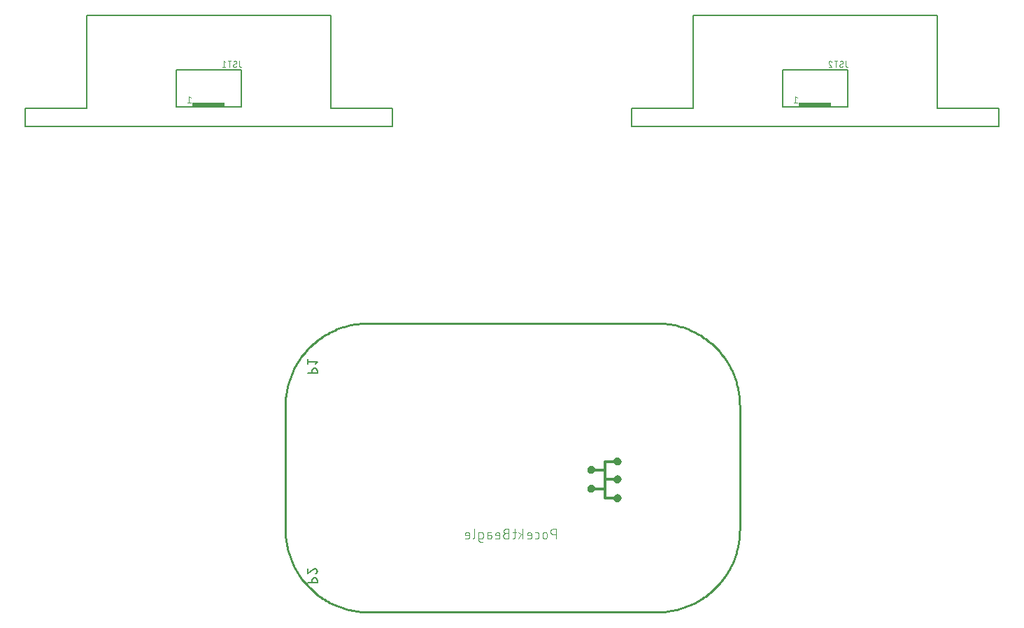
<source format=gbr>
G04 EAGLE Gerber RS-274X export*
G75*
%MOMM*%
%FSLAX34Y34*%
%LPD*%
%INSilkscreen Bottom*%
%IPPOS*%
%AMOC8*
5,1,8,0,0,1.08239X$1,22.5*%
G01*
%ADD10C,0.254000*%
%ADD11C,0.152400*%
%ADD12C,0.101600*%
%ADD13C,0.304800*%
%ADD14C,0.508000*%
%ADD15C,0.127000*%
%ADD16R,4.000000X0.500000*%
%ADD17C,0.076200*%


D10*
X766230Y44970D02*
X416230Y44970D01*
X413814Y44999D01*
X411399Y45087D01*
X408987Y45233D01*
X406579Y45437D01*
X404176Y45699D01*
X401781Y46019D01*
X399394Y46397D01*
X397017Y46833D01*
X394652Y47326D01*
X392298Y47876D01*
X389959Y48482D01*
X387635Y49145D01*
X385328Y49864D01*
X383039Y50639D01*
X380770Y51468D01*
X378521Y52353D01*
X376294Y53291D01*
X374090Y54283D01*
X371911Y55327D01*
X369758Y56424D01*
X367632Y57573D01*
X365534Y58773D01*
X363466Y60023D01*
X361429Y61323D01*
X359424Y62672D01*
X357451Y64068D01*
X355514Y65512D01*
X353611Y67003D01*
X351746Y68538D01*
X349918Y70119D01*
X348128Y71743D01*
X346379Y73410D01*
X344670Y75119D01*
X343003Y76868D01*
X341379Y78658D01*
X339798Y80486D01*
X338263Y82351D01*
X336772Y84254D01*
X335328Y86191D01*
X333932Y88164D01*
X332583Y90169D01*
X331283Y92206D01*
X330033Y94274D01*
X328833Y96372D01*
X327684Y98498D01*
X326587Y100651D01*
X325543Y102830D01*
X324551Y105034D01*
X323613Y107261D01*
X322728Y109510D01*
X321899Y111779D01*
X321124Y114068D01*
X320405Y116375D01*
X319742Y118699D01*
X319136Y121038D01*
X318586Y123392D01*
X318093Y125757D01*
X317657Y128134D01*
X317279Y130521D01*
X316959Y132916D01*
X316697Y135319D01*
X316493Y137727D01*
X316347Y140139D01*
X316259Y142554D01*
X316230Y144970D01*
X316230Y294970D01*
X316259Y297386D01*
X316347Y299801D01*
X316493Y302213D01*
X316697Y304621D01*
X316959Y307024D01*
X317279Y309419D01*
X317657Y311806D01*
X318093Y314183D01*
X318586Y316548D01*
X319136Y318902D01*
X319742Y321241D01*
X320405Y323565D01*
X321124Y325872D01*
X321899Y328161D01*
X322728Y330430D01*
X323613Y332679D01*
X324551Y334906D01*
X325543Y337110D01*
X326587Y339289D01*
X327684Y341442D01*
X328833Y343568D01*
X330033Y345666D01*
X331283Y347734D01*
X332583Y349771D01*
X333932Y351776D01*
X335328Y353749D01*
X336772Y355686D01*
X338263Y357589D01*
X339798Y359454D01*
X341379Y361282D01*
X343003Y363072D01*
X344670Y364821D01*
X346379Y366530D01*
X348128Y368197D01*
X349918Y369821D01*
X351746Y371402D01*
X353611Y372937D01*
X355514Y374428D01*
X357451Y375872D01*
X359424Y377268D01*
X361429Y378617D01*
X363466Y379917D01*
X365534Y381167D01*
X367632Y382367D01*
X369758Y383516D01*
X371911Y384613D01*
X374090Y385657D01*
X376294Y386649D01*
X378521Y387587D01*
X380770Y388472D01*
X383039Y389301D01*
X385328Y390076D01*
X387635Y390795D01*
X389959Y391458D01*
X392298Y392064D01*
X394652Y392614D01*
X397017Y393107D01*
X399394Y393543D01*
X401781Y393921D01*
X404176Y394241D01*
X406579Y394503D01*
X408987Y394707D01*
X411399Y394853D01*
X413814Y394941D01*
X416230Y394970D01*
X766230Y394970D01*
X768646Y394941D01*
X771061Y394853D01*
X773473Y394707D01*
X775881Y394503D01*
X778284Y394241D01*
X780679Y393921D01*
X783066Y393543D01*
X785443Y393107D01*
X787808Y392614D01*
X790162Y392064D01*
X792501Y391458D01*
X794825Y390795D01*
X797132Y390076D01*
X799421Y389301D01*
X801690Y388472D01*
X803939Y387587D01*
X806166Y386649D01*
X808370Y385657D01*
X810549Y384613D01*
X812702Y383516D01*
X814828Y382367D01*
X816926Y381167D01*
X818994Y379917D01*
X821031Y378617D01*
X823036Y377268D01*
X825009Y375872D01*
X826946Y374428D01*
X828849Y372937D01*
X830714Y371402D01*
X832542Y369821D01*
X834332Y368197D01*
X836081Y366530D01*
X837790Y364821D01*
X839457Y363072D01*
X841081Y361282D01*
X842662Y359454D01*
X844197Y357589D01*
X845688Y355686D01*
X847132Y353749D01*
X848528Y351776D01*
X849877Y349771D01*
X851177Y347734D01*
X852427Y345666D01*
X853627Y343568D01*
X854776Y341442D01*
X855873Y339289D01*
X856917Y337110D01*
X857909Y334906D01*
X858847Y332679D01*
X859732Y330430D01*
X860561Y328161D01*
X861336Y325872D01*
X862055Y323565D01*
X862718Y321241D01*
X863324Y318902D01*
X863874Y316548D01*
X864367Y314183D01*
X864803Y311806D01*
X865181Y309419D01*
X865501Y307024D01*
X865763Y304621D01*
X865967Y302213D01*
X866113Y299801D01*
X866201Y297386D01*
X866230Y294970D01*
X866230Y144970D01*
X866201Y142554D01*
X866113Y140139D01*
X865967Y137727D01*
X865763Y135319D01*
X865501Y132916D01*
X865181Y130521D01*
X864803Y128134D01*
X864367Y125757D01*
X863874Y123392D01*
X863324Y121038D01*
X862718Y118699D01*
X862055Y116375D01*
X861336Y114068D01*
X860561Y111779D01*
X859732Y109510D01*
X858847Y107261D01*
X857909Y105034D01*
X856917Y102830D01*
X855873Y100651D01*
X854776Y98498D01*
X853627Y96372D01*
X852427Y94274D01*
X851177Y92206D01*
X849877Y90169D01*
X848528Y88164D01*
X847132Y86191D01*
X845688Y84254D01*
X844197Y82351D01*
X842662Y80486D01*
X841081Y78658D01*
X839457Y76868D01*
X837790Y75119D01*
X836081Y73410D01*
X834332Y71743D01*
X832542Y70119D01*
X830714Y68538D01*
X828849Y67003D01*
X826946Y65512D01*
X825009Y64068D01*
X823036Y62672D01*
X821031Y61323D01*
X818994Y60023D01*
X816926Y58773D01*
X814828Y57573D01*
X812702Y56424D01*
X810549Y55327D01*
X808370Y54283D01*
X806166Y53291D01*
X803939Y52353D01*
X801690Y51468D01*
X799421Y50639D01*
X797132Y49864D01*
X794825Y49145D01*
X792501Y48482D01*
X790162Y47876D01*
X787808Y47326D01*
X785443Y46833D01*
X783066Y46397D01*
X780679Y46019D01*
X778284Y45699D01*
X775881Y45437D01*
X773473Y45233D01*
X771061Y45087D01*
X768646Y44999D01*
X766230Y44970D01*
D11*
X354838Y334377D02*
X343662Y334377D01*
X354838Y334377D02*
X354838Y337481D01*
X354836Y337592D01*
X354830Y337702D01*
X354820Y337813D01*
X354806Y337923D01*
X354789Y338032D01*
X354767Y338141D01*
X354742Y338249D01*
X354712Y338355D01*
X354679Y338461D01*
X354642Y338566D01*
X354602Y338669D01*
X354557Y338770D01*
X354510Y338870D01*
X354458Y338969D01*
X354403Y339065D01*
X354345Y339159D01*
X354284Y339251D01*
X354219Y339341D01*
X354151Y339429D01*
X354080Y339514D01*
X354006Y339596D01*
X353929Y339676D01*
X353849Y339753D01*
X353767Y339827D01*
X353682Y339898D01*
X353594Y339966D01*
X353504Y340031D01*
X353412Y340092D01*
X353318Y340150D01*
X353222Y340205D01*
X353123Y340257D01*
X353023Y340304D01*
X352922Y340349D01*
X352819Y340389D01*
X352714Y340426D01*
X352608Y340459D01*
X352502Y340489D01*
X352394Y340514D01*
X352285Y340536D01*
X352176Y340553D01*
X352066Y340567D01*
X351955Y340577D01*
X351845Y340583D01*
X351734Y340585D01*
X351623Y340583D01*
X351513Y340577D01*
X351402Y340567D01*
X351292Y340553D01*
X351183Y340536D01*
X351074Y340514D01*
X350966Y340489D01*
X350860Y340459D01*
X350754Y340426D01*
X350649Y340389D01*
X350546Y340349D01*
X350445Y340304D01*
X350345Y340257D01*
X350246Y340205D01*
X350150Y340150D01*
X350056Y340092D01*
X349964Y340031D01*
X349874Y339966D01*
X349786Y339898D01*
X349701Y339827D01*
X349619Y339753D01*
X349539Y339676D01*
X349462Y339596D01*
X349388Y339514D01*
X349317Y339429D01*
X349249Y339341D01*
X349184Y339251D01*
X349123Y339159D01*
X349065Y339065D01*
X349010Y338969D01*
X348958Y338870D01*
X348911Y338770D01*
X348866Y338669D01*
X348826Y338566D01*
X348789Y338461D01*
X348756Y338355D01*
X348726Y338249D01*
X348701Y338141D01*
X348679Y338032D01*
X348662Y337923D01*
X348648Y337813D01*
X348638Y337702D01*
X348632Y337592D01*
X348630Y337481D01*
X348629Y337481D02*
X348629Y334377D01*
X352354Y345214D02*
X354838Y348319D01*
X343662Y348319D01*
X343662Y351423D02*
X343662Y345214D01*
X343662Y80377D02*
X354838Y80377D01*
X354838Y83481D01*
X354836Y83592D01*
X354830Y83702D01*
X354820Y83813D01*
X354806Y83923D01*
X354789Y84032D01*
X354767Y84141D01*
X354742Y84249D01*
X354712Y84355D01*
X354679Y84461D01*
X354642Y84566D01*
X354602Y84669D01*
X354557Y84770D01*
X354510Y84870D01*
X354458Y84969D01*
X354403Y85065D01*
X354345Y85159D01*
X354284Y85251D01*
X354219Y85341D01*
X354151Y85429D01*
X354080Y85514D01*
X354006Y85596D01*
X353929Y85676D01*
X353849Y85753D01*
X353767Y85827D01*
X353682Y85898D01*
X353594Y85966D01*
X353504Y86031D01*
X353412Y86092D01*
X353318Y86150D01*
X353222Y86205D01*
X353123Y86257D01*
X353023Y86304D01*
X352922Y86349D01*
X352819Y86389D01*
X352714Y86426D01*
X352608Y86459D01*
X352502Y86489D01*
X352394Y86514D01*
X352285Y86536D01*
X352176Y86553D01*
X352066Y86567D01*
X351955Y86577D01*
X351845Y86583D01*
X351734Y86585D01*
X351623Y86583D01*
X351513Y86577D01*
X351402Y86567D01*
X351292Y86553D01*
X351183Y86536D01*
X351074Y86514D01*
X350966Y86489D01*
X350860Y86459D01*
X350754Y86426D01*
X350649Y86389D01*
X350546Y86349D01*
X350445Y86304D01*
X350345Y86257D01*
X350246Y86205D01*
X350150Y86150D01*
X350056Y86092D01*
X349964Y86031D01*
X349874Y85966D01*
X349786Y85898D01*
X349701Y85827D01*
X349619Y85753D01*
X349539Y85676D01*
X349462Y85596D01*
X349388Y85514D01*
X349317Y85429D01*
X349249Y85341D01*
X349184Y85251D01*
X349123Y85159D01*
X349065Y85065D01*
X349010Y84969D01*
X348958Y84870D01*
X348911Y84770D01*
X348866Y84669D01*
X348826Y84566D01*
X348789Y84461D01*
X348756Y84355D01*
X348726Y84249D01*
X348701Y84141D01*
X348679Y84032D01*
X348662Y83923D01*
X348648Y83813D01*
X348638Y83702D01*
X348632Y83592D01*
X348630Y83481D01*
X348629Y83481D02*
X348629Y80377D01*
X354838Y94629D02*
X354836Y94733D01*
X354830Y94838D01*
X354820Y94942D01*
X354807Y95045D01*
X354789Y95148D01*
X354768Y95251D01*
X354743Y95352D01*
X354714Y95453D01*
X354681Y95552D01*
X354645Y95650D01*
X354605Y95746D01*
X354561Y95841D01*
X354514Y95935D01*
X354464Y96026D01*
X354410Y96115D01*
X354353Y96203D01*
X354292Y96288D01*
X354228Y96371D01*
X354162Y96451D01*
X354092Y96529D01*
X354020Y96605D01*
X353944Y96677D01*
X353866Y96747D01*
X353786Y96813D01*
X353703Y96877D01*
X353618Y96938D01*
X353530Y96995D01*
X353441Y97049D01*
X353350Y97099D01*
X353256Y97146D01*
X353161Y97190D01*
X353065Y97230D01*
X352967Y97266D01*
X352868Y97299D01*
X352767Y97328D01*
X352666Y97353D01*
X352563Y97374D01*
X352460Y97392D01*
X352357Y97405D01*
X352253Y97415D01*
X352148Y97421D01*
X352044Y97423D01*
X354839Y94629D02*
X354837Y94510D01*
X354831Y94392D01*
X354821Y94273D01*
X354808Y94155D01*
X354790Y94038D01*
X354768Y93921D01*
X354743Y93805D01*
X354714Y93690D01*
X354681Y93575D01*
X354644Y93462D01*
X354604Y93351D01*
X354560Y93240D01*
X354512Y93132D01*
X354461Y93025D01*
X354406Y92919D01*
X354347Y92816D01*
X354286Y92714D01*
X354221Y92615D01*
X354152Y92517D01*
X354081Y92423D01*
X354006Y92330D01*
X353929Y92240D01*
X353848Y92153D01*
X353765Y92068D01*
X353679Y91986D01*
X353590Y91907D01*
X353499Y91831D01*
X353405Y91758D01*
X353309Y91689D01*
X353210Y91622D01*
X353110Y91559D01*
X353007Y91499D01*
X352903Y91442D01*
X352796Y91390D01*
X352688Y91340D01*
X352579Y91294D01*
X352467Y91252D01*
X352355Y91214D01*
X349871Y96492D02*
X349945Y96567D01*
X350022Y96639D01*
X350101Y96709D01*
X350183Y96776D01*
X350267Y96840D01*
X350353Y96901D01*
X350441Y96959D01*
X350532Y97014D01*
X350624Y97066D01*
X350718Y97114D01*
X350813Y97159D01*
X350911Y97201D01*
X351009Y97239D01*
X351109Y97274D01*
X351210Y97305D01*
X351312Y97332D01*
X351415Y97356D01*
X351518Y97377D01*
X351623Y97393D01*
X351728Y97406D01*
X351833Y97416D01*
X351938Y97421D01*
X352044Y97423D01*
X349871Y96492D02*
X343662Y91214D01*
X343662Y97423D01*
D12*
X643593Y133858D02*
X643593Y145542D01*
X640348Y145542D01*
X640235Y145540D01*
X640122Y145534D01*
X640009Y145524D01*
X639896Y145510D01*
X639784Y145493D01*
X639673Y145471D01*
X639563Y145446D01*
X639453Y145416D01*
X639345Y145383D01*
X639238Y145346D01*
X639132Y145306D01*
X639028Y145261D01*
X638925Y145213D01*
X638824Y145162D01*
X638725Y145107D01*
X638628Y145049D01*
X638533Y144987D01*
X638440Y144922D01*
X638350Y144854D01*
X638262Y144783D01*
X638176Y144708D01*
X638093Y144631D01*
X638013Y144551D01*
X637936Y144468D01*
X637861Y144382D01*
X637790Y144294D01*
X637722Y144204D01*
X637657Y144111D01*
X637595Y144016D01*
X637537Y143919D01*
X637482Y143820D01*
X637431Y143719D01*
X637383Y143616D01*
X637338Y143512D01*
X637298Y143406D01*
X637261Y143299D01*
X637228Y143191D01*
X637198Y143081D01*
X637173Y142971D01*
X637151Y142860D01*
X637134Y142748D01*
X637120Y142635D01*
X637110Y142522D01*
X637104Y142409D01*
X637102Y142296D01*
X637104Y142183D01*
X637110Y142070D01*
X637120Y141957D01*
X637134Y141844D01*
X637151Y141732D01*
X637173Y141621D01*
X637198Y141511D01*
X637228Y141401D01*
X637261Y141293D01*
X637298Y141186D01*
X637338Y141080D01*
X637383Y140976D01*
X637431Y140873D01*
X637482Y140772D01*
X637537Y140673D01*
X637595Y140576D01*
X637657Y140481D01*
X637722Y140388D01*
X637790Y140298D01*
X637861Y140210D01*
X637936Y140124D01*
X638013Y140041D01*
X638093Y139961D01*
X638176Y139884D01*
X638262Y139809D01*
X638350Y139738D01*
X638440Y139670D01*
X638533Y139605D01*
X638628Y139543D01*
X638725Y139485D01*
X638824Y139430D01*
X638925Y139379D01*
X639028Y139331D01*
X639132Y139286D01*
X639238Y139246D01*
X639345Y139209D01*
X639453Y139176D01*
X639563Y139146D01*
X639673Y139121D01*
X639784Y139099D01*
X639896Y139082D01*
X640009Y139068D01*
X640122Y139058D01*
X640235Y139052D01*
X640348Y139050D01*
X640348Y139051D02*
X643593Y139051D01*
X632827Y139051D02*
X632827Y136454D01*
X632826Y139051D02*
X632824Y139152D01*
X632818Y139252D01*
X632808Y139352D01*
X632795Y139452D01*
X632777Y139551D01*
X632756Y139650D01*
X632731Y139747D01*
X632702Y139844D01*
X632669Y139939D01*
X632633Y140033D01*
X632593Y140125D01*
X632550Y140216D01*
X632503Y140305D01*
X632453Y140392D01*
X632399Y140478D01*
X632342Y140561D01*
X632282Y140641D01*
X632219Y140720D01*
X632152Y140796D01*
X632083Y140869D01*
X632011Y140939D01*
X631937Y141007D01*
X631860Y141072D01*
X631780Y141133D01*
X631698Y141192D01*
X631614Y141247D01*
X631528Y141299D01*
X631440Y141348D01*
X631350Y141393D01*
X631258Y141435D01*
X631165Y141473D01*
X631070Y141507D01*
X630975Y141538D01*
X630878Y141565D01*
X630780Y141588D01*
X630681Y141608D01*
X630581Y141623D01*
X630481Y141635D01*
X630381Y141643D01*
X630280Y141647D01*
X630180Y141647D01*
X630079Y141643D01*
X629979Y141635D01*
X629879Y141623D01*
X629779Y141608D01*
X629680Y141588D01*
X629582Y141565D01*
X629485Y141538D01*
X629390Y141507D01*
X629295Y141473D01*
X629202Y141435D01*
X629110Y141393D01*
X629020Y141348D01*
X628932Y141299D01*
X628846Y141247D01*
X628762Y141192D01*
X628680Y141133D01*
X628600Y141072D01*
X628523Y141007D01*
X628449Y140939D01*
X628377Y140869D01*
X628308Y140796D01*
X628241Y140720D01*
X628178Y140641D01*
X628118Y140561D01*
X628061Y140478D01*
X628007Y140392D01*
X627957Y140305D01*
X627910Y140216D01*
X627867Y140125D01*
X627827Y140033D01*
X627791Y139939D01*
X627758Y139844D01*
X627729Y139747D01*
X627704Y139650D01*
X627683Y139551D01*
X627665Y139452D01*
X627652Y139352D01*
X627642Y139252D01*
X627636Y139152D01*
X627634Y139051D01*
X627634Y136454D01*
X627636Y136353D01*
X627642Y136253D01*
X627652Y136153D01*
X627665Y136053D01*
X627683Y135954D01*
X627704Y135855D01*
X627729Y135758D01*
X627758Y135661D01*
X627791Y135566D01*
X627827Y135472D01*
X627867Y135380D01*
X627910Y135289D01*
X627957Y135200D01*
X628007Y135113D01*
X628061Y135027D01*
X628118Y134944D01*
X628178Y134864D01*
X628241Y134785D01*
X628308Y134709D01*
X628377Y134636D01*
X628449Y134566D01*
X628523Y134498D01*
X628600Y134433D01*
X628680Y134372D01*
X628762Y134313D01*
X628846Y134258D01*
X628932Y134206D01*
X629020Y134157D01*
X629110Y134112D01*
X629202Y134070D01*
X629295Y134032D01*
X629390Y133998D01*
X629485Y133967D01*
X629582Y133940D01*
X629680Y133917D01*
X629779Y133897D01*
X629879Y133882D01*
X629979Y133870D01*
X630079Y133862D01*
X630180Y133858D01*
X630280Y133858D01*
X630381Y133862D01*
X630481Y133870D01*
X630581Y133882D01*
X630681Y133897D01*
X630780Y133917D01*
X630878Y133940D01*
X630975Y133967D01*
X631070Y133998D01*
X631165Y134032D01*
X631258Y134070D01*
X631350Y134112D01*
X631440Y134157D01*
X631528Y134206D01*
X631614Y134258D01*
X631698Y134313D01*
X631780Y134372D01*
X631860Y134433D01*
X631937Y134498D01*
X632011Y134566D01*
X632083Y134636D01*
X632152Y134709D01*
X632219Y134785D01*
X632282Y134864D01*
X632342Y134944D01*
X632399Y135027D01*
X632453Y135113D01*
X632503Y135200D01*
X632550Y135289D01*
X632593Y135380D01*
X632633Y135472D01*
X632669Y135566D01*
X632702Y135661D01*
X632731Y135758D01*
X632756Y135855D01*
X632777Y135954D01*
X632795Y136053D01*
X632808Y136153D01*
X632818Y136253D01*
X632824Y136353D01*
X632826Y136454D01*
X620960Y133858D02*
X618364Y133858D01*
X620960Y133858D02*
X621047Y133860D01*
X621135Y133866D01*
X621221Y133876D01*
X621308Y133889D01*
X621393Y133907D01*
X621478Y133928D01*
X621562Y133953D01*
X621644Y133982D01*
X621725Y134015D01*
X621805Y134051D01*
X621883Y134090D01*
X621959Y134134D01*
X622033Y134180D01*
X622104Y134230D01*
X622174Y134283D01*
X622241Y134339D01*
X622305Y134398D01*
X622367Y134460D01*
X622426Y134524D01*
X622482Y134591D01*
X622535Y134661D01*
X622585Y134732D01*
X622631Y134806D01*
X622675Y134882D01*
X622714Y134960D01*
X622750Y135040D01*
X622783Y135121D01*
X622812Y135203D01*
X622837Y135287D01*
X622858Y135372D01*
X622876Y135457D01*
X622889Y135544D01*
X622899Y135630D01*
X622905Y135718D01*
X622907Y135805D01*
X622907Y139700D01*
X622905Y139787D01*
X622899Y139875D01*
X622889Y139961D01*
X622876Y140048D01*
X622858Y140133D01*
X622837Y140218D01*
X622812Y140302D01*
X622783Y140384D01*
X622750Y140465D01*
X622714Y140545D01*
X622675Y140623D01*
X622631Y140699D01*
X622585Y140773D01*
X622535Y140844D01*
X622482Y140914D01*
X622426Y140981D01*
X622367Y141045D01*
X622305Y141107D01*
X622241Y141166D01*
X622174Y141222D01*
X622104Y141275D01*
X622033Y141325D01*
X621959Y141371D01*
X621883Y141415D01*
X621805Y141454D01*
X621725Y141490D01*
X621644Y141523D01*
X621562Y141552D01*
X621478Y141577D01*
X621393Y141598D01*
X621308Y141616D01*
X621221Y141629D01*
X621135Y141639D01*
X621047Y141645D01*
X620960Y141647D01*
X618364Y141647D01*
X612210Y133858D02*
X608965Y133858D01*
X612210Y133858D02*
X612297Y133860D01*
X612385Y133866D01*
X612471Y133876D01*
X612558Y133889D01*
X612643Y133907D01*
X612728Y133928D01*
X612812Y133953D01*
X612894Y133982D01*
X612975Y134015D01*
X613055Y134051D01*
X613133Y134090D01*
X613209Y134134D01*
X613283Y134180D01*
X613354Y134230D01*
X613424Y134283D01*
X613491Y134339D01*
X613555Y134398D01*
X613617Y134460D01*
X613676Y134524D01*
X613732Y134591D01*
X613785Y134661D01*
X613835Y134732D01*
X613881Y134806D01*
X613925Y134882D01*
X613964Y134960D01*
X614000Y135040D01*
X614033Y135121D01*
X614062Y135203D01*
X614087Y135287D01*
X614108Y135372D01*
X614126Y135457D01*
X614139Y135544D01*
X614149Y135630D01*
X614155Y135718D01*
X614157Y135805D01*
X614158Y135805D02*
X614158Y139051D01*
X614157Y139051D02*
X614155Y139152D01*
X614149Y139252D01*
X614139Y139352D01*
X614126Y139452D01*
X614108Y139551D01*
X614087Y139650D01*
X614062Y139747D01*
X614033Y139844D01*
X614000Y139939D01*
X613964Y140033D01*
X613924Y140125D01*
X613881Y140216D01*
X613834Y140305D01*
X613784Y140392D01*
X613730Y140478D01*
X613673Y140561D01*
X613613Y140641D01*
X613550Y140720D01*
X613483Y140796D01*
X613414Y140869D01*
X613342Y140939D01*
X613268Y141007D01*
X613191Y141072D01*
X613111Y141133D01*
X613029Y141192D01*
X612945Y141247D01*
X612859Y141299D01*
X612771Y141348D01*
X612681Y141393D01*
X612589Y141435D01*
X612496Y141473D01*
X612401Y141507D01*
X612306Y141538D01*
X612209Y141565D01*
X612111Y141588D01*
X612012Y141608D01*
X611912Y141623D01*
X611812Y141635D01*
X611712Y141643D01*
X611611Y141647D01*
X611511Y141647D01*
X611410Y141643D01*
X611310Y141635D01*
X611210Y141623D01*
X611110Y141608D01*
X611011Y141588D01*
X610913Y141565D01*
X610816Y141538D01*
X610721Y141507D01*
X610626Y141473D01*
X610533Y141435D01*
X610441Y141393D01*
X610351Y141348D01*
X610263Y141299D01*
X610177Y141247D01*
X610093Y141192D01*
X610011Y141133D01*
X609931Y141072D01*
X609854Y141007D01*
X609780Y140939D01*
X609708Y140869D01*
X609639Y140796D01*
X609572Y140720D01*
X609509Y140641D01*
X609449Y140561D01*
X609392Y140478D01*
X609338Y140392D01*
X609288Y140305D01*
X609241Y140216D01*
X609198Y140125D01*
X609158Y140033D01*
X609122Y139939D01*
X609089Y139844D01*
X609060Y139747D01*
X609035Y139650D01*
X609014Y139551D01*
X608996Y139452D01*
X608983Y139352D01*
X608973Y139252D01*
X608967Y139152D01*
X608965Y139051D01*
X608965Y137753D01*
X614158Y137753D01*
X603735Y133858D02*
X603735Y145542D01*
X598542Y141647D02*
X603735Y137753D01*
X601463Y139375D02*
X598542Y133858D01*
X595313Y141647D02*
X591418Y141647D01*
X594015Y145542D02*
X594015Y135805D01*
X594014Y135805D02*
X594012Y135718D01*
X594006Y135630D01*
X593996Y135544D01*
X593983Y135457D01*
X593965Y135372D01*
X593944Y135287D01*
X593919Y135203D01*
X593890Y135121D01*
X593857Y135040D01*
X593821Y134960D01*
X593782Y134882D01*
X593738Y134806D01*
X593692Y134732D01*
X593642Y134661D01*
X593589Y134591D01*
X593533Y134524D01*
X593474Y134460D01*
X593412Y134398D01*
X593348Y134339D01*
X593281Y134283D01*
X593211Y134230D01*
X593140Y134180D01*
X593066Y134134D01*
X592990Y134090D01*
X592912Y134051D01*
X592832Y134015D01*
X592751Y133982D01*
X592669Y133953D01*
X592585Y133928D01*
X592500Y133907D01*
X592415Y133889D01*
X592328Y133876D01*
X592242Y133866D01*
X592154Y133860D01*
X592067Y133858D01*
X591418Y133858D01*
X586444Y140349D02*
X583198Y140349D01*
X583198Y140350D02*
X583085Y140348D01*
X582972Y140342D01*
X582859Y140332D01*
X582746Y140318D01*
X582634Y140301D01*
X582523Y140279D01*
X582413Y140254D01*
X582303Y140224D01*
X582195Y140191D01*
X582088Y140154D01*
X581982Y140114D01*
X581878Y140069D01*
X581775Y140021D01*
X581674Y139970D01*
X581575Y139915D01*
X581478Y139857D01*
X581383Y139795D01*
X581290Y139730D01*
X581200Y139662D01*
X581112Y139591D01*
X581026Y139516D01*
X580943Y139439D01*
X580863Y139359D01*
X580786Y139276D01*
X580711Y139190D01*
X580640Y139102D01*
X580572Y139012D01*
X580507Y138919D01*
X580445Y138824D01*
X580387Y138727D01*
X580332Y138628D01*
X580281Y138527D01*
X580233Y138424D01*
X580188Y138320D01*
X580148Y138214D01*
X580111Y138107D01*
X580078Y137999D01*
X580048Y137889D01*
X580023Y137779D01*
X580001Y137668D01*
X579984Y137556D01*
X579970Y137443D01*
X579960Y137330D01*
X579954Y137217D01*
X579952Y137104D01*
X579954Y136991D01*
X579960Y136878D01*
X579970Y136765D01*
X579984Y136652D01*
X580001Y136540D01*
X580023Y136429D01*
X580048Y136319D01*
X580078Y136209D01*
X580111Y136101D01*
X580148Y135994D01*
X580188Y135888D01*
X580233Y135784D01*
X580281Y135681D01*
X580332Y135580D01*
X580387Y135481D01*
X580445Y135384D01*
X580507Y135289D01*
X580572Y135196D01*
X580640Y135106D01*
X580711Y135018D01*
X580786Y134932D01*
X580863Y134849D01*
X580943Y134769D01*
X581026Y134692D01*
X581112Y134617D01*
X581200Y134546D01*
X581290Y134478D01*
X581383Y134413D01*
X581478Y134351D01*
X581575Y134293D01*
X581674Y134238D01*
X581775Y134187D01*
X581878Y134139D01*
X581982Y134094D01*
X582088Y134054D01*
X582195Y134017D01*
X582303Y133984D01*
X582413Y133954D01*
X582523Y133929D01*
X582634Y133907D01*
X582746Y133890D01*
X582859Y133876D01*
X582972Y133866D01*
X583085Y133860D01*
X583198Y133858D01*
X586444Y133858D01*
X586444Y145542D01*
X583198Y145542D01*
X583097Y145540D01*
X582997Y145534D01*
X582897Y145524D01*
X582797Y145511D01*
X582698Y145493D01*
X582599Y145472D01*
X582502Y145447D01*
X582405Y145418D01*
X582310Y145385D01*
X582216Y145349D01*
X582124Y145309D01*
X582033Y145266D01*
X581944Y145219D01*
X581857Y145169D01*
X581771Y145115D01*
X581688Y145058D01*
X581608Y144998D01*
X581529Y144935D01*
X581453Y144868D01*
X581380Y144799D01*
X581310Y144727D01*
X581242Y144653D01*
X581177Y144576D01*
X581116Y144496D01*
X581057Y144414D01*
X581002Y144330D01*
X580950Y144244D01*
X580901Y144156D01*
X580856Y144066D01*
X580814Y143974D01*
X580776Y143881D01*
X580742Y143786D01*
X580711Y143691D01*
X580684Y143594D01*
X580661Y143496D01*
X580641Y143397D01*
X580626Y143297D01*
X580614Y143197D01*
X580606Y143097D01*
X580602Y142996D01*
X580602Y142896D01*
X580606Y142795D01*
X580614Y142695D01*
X580626Y142595D01*
X580641Y142495D01*
X580661Y142396D01*
X580684Y142298D01*
X580711Y142201D01*
X580742Y142106D01*
X580776Y142011D01*
X580814Y141918D01*
X580856Y141826D01*
X580901Y141736D01*
X580950Y141648D01*
X581002Y141562D01*
X581057Y141478D01*
X581116Y141396D01*
X581177Y141316D01*
X581242Y141239D01*
X581310Y141165D01*
X581380Y141093D01*
X581453Y141024D01*
X581529Y140957D01*
X581608Y140894D01*
X581688Y140834D01*
X581771Y140777D01*
X581857Y140723D01*
X581944Y140673D01*
X582033Y140626D01*
X582124Y140583D01*
X582216Y140543D01*
X582310Y140507D01*
X582405Y140474D01*
X582502Y140445D01*
X582599Y140420D01*
X582698Y140399D01*
X582797Y140381D01*
X582897Y140368D01*
X582997Y140358D01*
X583097Y140352D01*
X583198Y140350D01*
X573729Y133858D02*
X570484Y133858D01*
X573729Y133858D02*
X573816Y133860D01*
X573904Y133866D01*
X573990Y133876D01*
X574077Y133889D01*
X574162Y133907D01*
X574247Y133928D01*
X574331Y133953D01*
X574413Y133982D01*
X574494Y134015D01*
X574574Y134051D01*
X574652Y134090D01*
X574728Y134134D01*
X574802Y134180D01*
X574873Y134230D01*
X574943Y134283D01*
X575010Y134339D01*
X575074Y134398D01*
X575136Y134460D01*
X575195Y134524D01*
X575251Y134591D01*
X575304Y134661D01*
X575354Y134732D01*
X575400Y134806D01*
X575444Y134882D01*
X575483Y134960D01*
X575519Y135040D01*
X575552Y135121D01*
X575581Y135203D01*
X575606Y135287D01*
X575627Y135372D01*
X575645Y135457D01*
X575658Y135544D01*
X575668Y135630D01*
X575674Y135718D01*
X575676Y135805D01*
X575677Y135805D02*
X575677Y139051D01*
X575676Y139051D02*
X575674Y139152D01*
X575668Y139252D01*
X575658Y139352D01*
X575645Y139452D01*
X575627Y139551D01*
X575606Y139650D01*
X575581Y139747D01*
X575552Y139844D01*
X575519Y139939D01*
X575483Y140033D01*
X575443Y140125D01*
X575400Y140216D01*
X575353Y140305D01*
X575303Y140392D01*
X575249Y140478D01*
X575192Y140561D01*
X575132Y140641D01*
X575069Y140720D01*
X575002Y140796D01*
X574933Y140869D01*
X574861Y140939D01*
X574787Y141007D01*
X574710Y141072D01*
X574630Y141133D01*
X574548Y141192D01*
X574464Y141247D01*
X574378Y141299D01*
X574290Y141348D01*
X574200Y141393D01*
X574108Y141435D01*
X574015Y141473D01*
X573920Y141507D01*
X573825Y141538D01*
X573728Y141565D01*
X573630Y141588D01*
X573531Y141608D01*
X573431Y141623D01*
X573331Y141635D01*
X573231Y141643D01*
X573130Y141647D01*
X573030Y141647D01*
X572929Y141643D01*
X572829Y141635D01*
X572729Y141623D01*
X572629Y141608D01*
X572530Y141588D01*
X572432Y141565D01*
X572335Y141538D01*
X572240Y141507D01*
X572145Y141473D01*
X572052Y141435D01*
X571960Y141393D01*
X571870Y141348D01*
X571782Y141299D01*
X571696Y141247D01*
X571612Y141192D01*
X571530Y141133D01*
X571450Y141072D01*
X571373Y141007D01*
X571299Y140939D01*
X571227Y140869D01*
X571158Y140796D01*
X571091Y140720D01*
X571028Y140641D01*
X570968Y140561D01*
X570911Y140478D01*
X570857Y140392D01*
X570807Y140305D01*
X570760Y140216D01*
X570717Y140125D01*
X570677Y140033D01*
X570641Y139939D01*
X570608Y139844D01*
X570579Y139747D01*
X570554Y139650D01*
X570533Y139551D01*
X570515Y139452D01*
X570502Y139352D01*
X570492Y139252D01*
X570486Y139152D01*
X570484Y139051D01*
X570484Y137753D01*
X575677Y137753D01*
X563558Y138402D02*
X560637Y138402D01*
X563558Y138402D02*
X563652Y138400D01*
X563746Y138394D01*
X563839Y138385D01*
X563932Y138371D01*
X564024Y138354D01*
X564116Y138332D01*
X564206Y138308D01*
X564296Y138279D01*
X564384Y138247D01*
X564471Y138211D01*
X564556Y138171D01*
X564639Y138128D01*
X564721Y138082D01*
X564801Y138032D01*
X564878Y137979D01*
X564953Y137923D01*
X565026Y137864D01*
X565097Y137802D01*
X565165Y137737D01*
X565230Y137669D01*
X565292Y137598D01*
X565351Y137525D01*
X565407Y137450D01*
X565460Y137373D01*
X565510Y137293D01*
X565556Y137211D01*
X565599Y137128D01*
X565639Y137043D01*
X565675Y136956D01*
X565707Y136868D01*
X565736Y136778D01*
X565760Y136688D01*
X565782Y136596D01*
X565799Y136504D01*
X565813Y136411D01*
X565822Y136318D01*
X565828Y136224D01*
X565830Y136130D01*
X565828Y136036D01*
X565822Y135942D01*
X565813Y135849D01*
X565799Y135756D01*
X565782Y135664D01*
X565760Y135572D01*
X565736Y135482D01*
X565707Y135392D01*
X565675Y135304D01*
X565639Y135217D01*
X565599Y135132D01*
X565556Y135049D01*
X565510Y134967D01*
X565460Y134887D01*
X565407Y134810D01*
X565351Y134735D01*
X565292Y134662D01*
X565230Y134591D01*
X565165Y134523D01*
X565097Y134458D01*
X565026Y134396D01*
X564953Y134337D01*
X564878Y134281D01*
X564801Y134228D01*
X564721Y134178D01*
X564639Y134132D01*
X564556Y134089D01*
X564471Y134049D01*
X564384Y134013D01*
X564296Y133981D01*
X564206Y133952D01*
X564116Y133928D01*
X564024Y133906D01*
X563932Y133889D01*
X563839Y133875D01*
X563746Y133866D01*
X563652Y133860D01*
X563558Y133858D01*
X560637Y133858D01*
X560637Y139700D01*
X560639Y139787D01*
X560645Y139875D01*
X560655Y139961D01*
X560668Y140048D01*
X560686Y140133D01*
X560707Y140218D01*
X560732Y140302D01*
X560761Y140384D01*
X560794Y140465D01*
X560830Y140545D01*
X560869Y140623D01*
X560913Y140699D01*
X560959Y140773D01*
X561009Y140844D01*
X561062Y140914D01*
X561118Y140981D01*
X561177Y141046D01*
X561239Y141107D01*
X561303Y141166D01*
X561370Y141222D01*
X561440Y141275D01*
X561511Y141325D01*
X561585Y141371D01*
X561661Y141415D01*
X561739Y141454D01*
X561819Y141490D01*
X561900Y141523D01*
X561982Y141552D01*
X562066Y141577D01*
X562151Y141598D01*
X562236Y141616D01*
X562323Y141629D01*
X562410Y141639D01*
X562497Y141645D01*
X562584Y141647D01*
X565181Y141647D01*
X553595Y133858D02*
X550350Y133858D01*
X553595Y133858D02*
X553682Y133860D01*
X553770Y133866D01*
X553856Y133876D01*
X553943Y133889D01*
X554028Y133907D01*
X554113Y133928D01*
X554197Y133953D01*
X554279Y133982D01*
X554360Y134015D01*
X554440Y134051D01*
X554518Y134090D01*
X554594Y134134D01*
X554668Y134180D01*
X554739Y134230D01*
X554809Y134283D01*
X554876Y134339D01*
X554940Y134398D01*
X555002Y134460D01*
X555061Y134524D01*
X555117Y134591D01*
X555170Y134661D01*
X555220Y134732D01*
X555266Y134806D01*
X555310Y134882D01*
X555349Y134960D01*
X555385Y135040D01*
X555418Y135121D01*
X555447Y135203D01*
X555472Y135287D01*
X555493Y135372D01*
X555511Y135457D01*
X555524Y135544D01*
X555534Y135630D01*
X555540Y135718D01*
X555542Y135805D01*
X555543Y135805D02*
X555543Y139700D01*
X555542Y139700D02*
X555540Y139787D01*
X555534Y139875D01*
X555524Y139961D01*
X555511Y140048D01*
X555493Y140133D01*
X555472Y140218D01*
X555447Y140302D01*
X555418Y140384D01*
X555385Y140465D01*
X555349Y140545D01*
X555310Y140623D01*
X555266Y140699D01*
X555220Y140773D01*
X555170Y140844D01*
X555117Y140914D01*
X555061Y140981D01*
X555002Y141045D01*
X554940Y141107D01*
X554876Y141166D01*
X554809Y141222D01*
X554739Y141275D01*
X554668Y141325D01*
X554594Y141371D01*
X554518Y141415D01*
X554440Y141454D01*
X554360Y141490D01*
X554279Y141523D01*
X554197Y141552D01*
X554113Y141577D01*
X554028Y141598D01*
X553943Y141616D01*
X553856Y141629D01*
X553770Y141639D01*
X553682Y141645D01*
X553595Y141647D01*
X550350Y141647D01*
X550350Y131911D01*
X550352Y131824D01*
X550358Y131736D01*
X550368Y131650D01*
X550381Y131563D01*
X550399Y131478D01*
X550420Y131393D01*
X550445Y131309D01*
X550474Y131227D01*
X550507Y131146D01*
X550543Y131066D01*
X550582Y130988D01*
X550626Y130912D01*
X550672Y130838D01*
X550722Y130767D01*
X550775Y130697D01*
X550831Y130630D01*
X550890Y130566D01*
X550952Y130504D01*
X551016Y130445D01*
X551083Y130389D01*
X551153Y130336D01*
X551224Y130286D01*
X551298Y130240D01*
X551374Y130196D01*
X551452Y130157D01*
X551532Y130121D01*
X551613Y130088D01*
X551695Y130059D01*
X551779Y130034D01*
X551864Y130013D01*
X551949Y129995D01*
X552036Y129982D01*
X552122Y129972D01*
X552210Y129966D01*
X552297Y129964D01*
X552297Y129963D02*
X554894Y129963D01*
X545047Y135805D02*
X545047Y145542D01*
X545047Y135805D02*
X545045Y135718D01*
X545039Y135630D01*
X545029Y135544D01*
X545016Y135457D01*
X544998Y135372D01*
X544977Y135287D01*
X544952Y135203D01*
X544923Y135121D01*
X544890Y135040D01*
X544854Y134960D01*
X544815Y134882D01*
X544771Y134806D01*
X544725Y134732D01*
X544675Y134661D01*
X544622Y134591D01*
X544566Y134524D01*
X544507Y134460D01*
X544445Y134398D01*
X544381Y134339D01*
X544314Y134283D01*
X544244Y134230D01*
X544173Y134180D01*
X544099Y134134D01*
X544023Y134090D01*
X543945Y134051D01*
X543865Y134015D01*
X543784Y133982D01*
X543702Y133953D01*
X543618Y133928D01*
X543533Y133907D01*
X543448Y133889D01*
X543361Y133876D01*
X543275Y133866D01*
X543187Y133860D01*
X543100Y133858D01*
X537154Y133858D02*
X533908Y133858D01*
X537154Y133858D02*
X537241Y133860D01*
X537329Y133866D01*
X537415Y133876D01*
X537502Y133889D01*
X537587Y133907D01*
X537672Y133928D01*
X537756Y133953D01*
X537838Y133982D01*
X537919Y134015D01*
X537999Y134051D01*
X538077Y134090D01*
X538153Y134134D01*
X538227Y134180D01*
X538298Y134230D01*
X538368Y134283D01*
X538435Y134339D01*
X538499Y134398D01*
X538561Y134460D01*
X538620Y134524D01*
X538676Y134591D01*
X538729Y134661D01*
X538779Y134732D01*
X538825Y134806D01*
X538869Y134882D01*
X538908Y134960D01*
X538944Y135040D01*
X538977Y135121D01*
X539006Y135203D01*
X539031Y135287D01*
X539052Y135372D01*
X539070Y135457D01*
X539083Y135544D01*
X539093Y135630D01*
X539099Y135718D01*
X539101Y135805D01*
X539101Y139051D01*
X539100Y139051D02*
X539098Y139152D01*
X539092Y139252D01*
X539082Y139352D01*
X539069Y139452D01*
X539051Y139551D01*
X539030Y139650D01*
X539005Y139747D01*
X538976Y139844D01*
X538943Y139939D01*
X538907Y140033D01*
X538867Y140125D01*
X538824Y140216D01*
X538777Y140305D01*
X538727Y140392D01*
X538673Y140478D01*
X538616Y140561D01*
X538556Y140641D01*
X538493Y140720D01*
X538426Y140796D01*
X538357Y140869D01*
X538285Y140939D01*
X538211Y141007D01*
X538134Y141072D01*
X538054Y141133D01*
X537972Y141192D01*
X537888Y141247D01*
X537802Y141299D01*
X537714Y141348D01*
X537624Y141393D01*
X537532Y141435D01*
X537439Y141473D01*
X537344Y141507D01*
X537249Y141538D01*
X537152Y141565D01*
X537054Y141588D01*
X536955Y141608D01*
X536855Y141623D01*
X536755Y141635D01*
X536655Y141643D01*
X536554Y141647D01*
X536454Y141647D01*
X536353Y141643D01*
X536253Y141635D01*
X536153Y141623D01*
X536053Y141608D01*
X535954Y141588D01*
X535856Y141565D01*
X535759Y141538D01*
X535664Y141507D01*
X535569Y141473D01*
X535476Y141435D01*
X535384Y141393D01*
X535294Y141348D01*
X535206Y141299D01*
X535120Y141247D01*
X535036Y141192D01*
X534954Y141133D01*
X534874Y141072D01*
X534797Y141007D01*
X534723Y140939D01*
X534651Y140869D01*
X534582Y140796D01*
X534515Y140720D01*
X534452Y140641D01*
X534392Y140561D01*
X534335Y140478D01*
X534281Y140392D01*
X534231Y140305D01*
X534184Y140216D01*
X534141Y140125D01*
X534101Y140033D01*
X534065Y139939D01*
X534032Y139844D01*
X534003Y139747D01*
X533978Y139650D01*
X533957Y139551D01*
X533939Y139452D01*
X533926Y139352D01*
X533916Y139252D01*
X533910Y139152D01*
X533908Y139051D01*
X533908Y137753D01*
X539101Y137753D01*
D13*
X703072Y217170D02*
X703072Y227330D01*
X703072Y217170D02*
X703072Y205740D01*
X703072Y194310D01*
X703072Y182880D01*
X703072Y227330D02*
X718312Y227330D01*
X718312Y205740D02*
X703072Y205740D01*
X703072Y182880D02*
X718312Y182880D01*
X703072Y217170D02*
X686562Y217170D01*
X686562Y194310D02*
X703072Y194310D01*
D14*
X684276Y217170D02*
X684278Y217265D01*
X684284Y217360D01*
X684294Y217455D01*
X684308Y217549D01*
X684325Y217642D01*
X684347Y217735D01*
X684372Y217826D01*
X684401Y217917D01*
X684434Y218006D01*
X684471Y218094D01*
X684511Y218180D01*
X684555Y218265D01*
X684602Y218347D01*
X684653Y218428D01*
X684707Y218506D01*
X684764Y218582D01*
X684824Y218656D01*
X684888Y218727D01*
X684954Y218795D01*
X685023Y218860D01*
X685095Y218923D01*
X685169Y218982D01*
X685245Y219039D01*
X685324Y219092D01*
X685405Y219142D01*
X685488Y219188D01*
X685573Y219231D01*
X685660Y219270D01*
X685748Y219306D01*
X685838Y219338D01*
X685928Y219366D01*
X686020Y219391D01*
X686113Y219411D01*
X686207Y219428D01*
X686301Y219441D01*
X686396Y219450D01*
X686491Y219455D01*
X686586Y219456D01*
X686681Y219453D01*
X686776Y219446D01*
X686870Y219435D01*
X686964Y219420D01*
X687057Y219402D01*
X687150Y219379D01*
X687241Y219353D01*
X687331Y219323D01*
X687420Y219289D01*
X687508Y219251D01*
X687593Y219210D01*
X687677Y219165D01*
X687759Y219117D01*
X687839Y219066D01*
X687917Y219011D01*
X687993Y218953D01*
X688066Y218892D01*
X688136Y218828D01*
X688203Y218761D01*
X688268Y218691D01*
X688330Y218619D01*
X688389Y218544D01*
X688444Y218467D01*
X688497Y218388D01*
X688546Y218306D01*
X688591Y218223D01*
X688633Y218137D01*
X688672Y218050D01*
X688706Y217962D01*
X688738Y217872D01*
X688765Y217781D01*
X688788Y217689D01*
X688808Y217596D01*
X688824Y217502D01*
X688836Y217407D01*
X688844Y217313D01*
X688848Y217218D01*
X688848Y217122D01*
X688844Y217027D01*
X688836Y216933D01*
X688824Y216838D01*
X688808Y216744D01*
X688788Y216651D01*
X688765Y216559D01*
X688738Y216468D01*
X688706Y216378D01*
X688672Y216290D01*
X688633Y216203D01*
X688591Y216117D01*
X688546Y216034D01*
X688497Y215952D01*
X688444Y215873D01*
X688389Y215796D01*
X688330Y215721D01*
X688268Y215649D01*
X688203Y215579D01*
X688136Y215512D01*
X688066Y215448D01*
X687993Y215387D01*
X687917Y215329D01*
X687839Y215274D01*
X687759Y215223D01*
X687677Y215175D01*
X687593Y215130D01*
X687508Y215089D01*
X687420Y215051D01*
X687331Y215017D01*
X687241Y214987D01*
X687150Y214961D01*
X687057Y214938D01*
X686964Y214920D01*
X686870Y214905D01*
X686776Y214894D01*
X686681Y214887D01*
X686586Y214884D01*
X686491Y214885D01*
X686396Y214890D01*
X686301Y214899D01*
X686207Y214912D01*
X686113Y214929D01*
X686020Y214949D01*
X685928Y214974D01*
X685838Y215002D01*
X685748Y215034D01*
X685660Y215070D01*
X685573Y215109D01*
X685488Y215152D01*
X685405Y215198D01*
X685324Y215248D01*
X685245Y215301D01*
X685169Y215358D01*
X685095Y215417D01*
X685023Y215480D01*
X684954Y215545D01*
X684888Y215613D01*
X684824Y215684D01*
X684764Y215758D01*
X684707Y215834D01*
X684653Y215912D01*
X684602Y215993D01*
X684555Y216075D01*
X684511Y216160D01*
X684471Y216246D01*
X684434Y216334D01*
X684401Y216423D01*
X684372Y216514D01*
X684347Y216605D01*
X684325Y216698D01*
X684308Y216791D01*
X684294Y216885D01*
X684284Y216980D01*
X684278Y217075D01*
X684276Y217170D01*
X716026Y227330D02*
X716028Y227425D01*
X716034Y227520D01*
X716044Y227615D01*
X716058Y227709D01*
X716075Y227802D01*
X716097Y227895D01*
X716122Y227986D01*
X716151Y228077D01*
X716184Y228166D01*
X716221Y228254D01*
X716261Y228340D01*
X716305Y228425D01*
X716352Y228507D01*
X716403Y228588D01*
X716457Y228666D01*
X716514Y228742D01*
X716574Y228816D01*
X716638Y228887D01*
X716704Y228955D01*
X716773Y229020D01*
X716845Y229083D01*
X716919Y229142D01*
X716995Y229199D01*
X717074Y229252D01*
X717155Y229302D01*
X717238Y229348D01*
X717323Y229391D01*
X717410Y229430D01*
X717498Y229466D01*
X717588Y229498D01*
X717678Y229526D01*
X717770Y229551D01*
X717863Y229571D01*
X717957Y229588D01*
X718051Y229601D01*
X718146Y229610D01*
X718241Y229615D01*
X718336Y229616D01*
X718431Y229613D01*
X718526Y229606D01*
X718620Y229595D01*
X718714Y229580D01*
X718807Y229562D01*
X718900Y229539D01*
X718991Y229513D01*
X719081Y229483D01*
X719170Y229449D01*
X719258Y229411D01*
X719343Y229370D01*
X719427Y229325D01*
X719509Y229277D01*
X719589Y229226D01*
X719667Y229171D01*
X719743Y229113D01*
X719816Y229052D01*
X719886Y228988D01*
X719953Y228921D01*
X720018Y228851D01*
X720080Y228779D01*
X720139Y228704D01*
X720194Y228627D01*
X720247Y228548D01*
X720296Y228466D01*
X720341Y228383D01*
X720383Y228297D01*
X720422Y228210D01*
X720456Y228122D01*
X720488Y228032D01*
X720515Y227941D01*
X720538Y227849D01*
X720558Y227756D01*
X720574Y227662D01*
X720586Y227567D01*
X720594Y227473D01*
X720598Y227378D01*
X720598Y227282D01*
X720594Y227187D01*
X720586Y227093D01*
X720574Y226998D01*
X720558Y226904D01*
X720538Y226811D01*
X720515Y226719D01*
X720488Y226628D01*
X720456Y226538D01*
X720422Y226450D01*
X720383Y226363D01*
X720341Y226277D01*
X720296Y226194D01*
X720247Y226112D01*
X720194Y226033D01*
X720139Y225956D01*
X720080Y225881D01*
X720018Y225809D01*
X719953Y225739D01*
X719886Y225672D01*
X719816Y225608D01*
X719743Y225547D01*
X719667Y225489D01*
X719589Y225434D01*
X719509Y225383D01*
X719427Y225335D01*
X719343Y225290D01*
X719258Y225249D01*
X719170Y225211D01*
X719081Y225177D01*
X718991Y225147D01*
X718900Y225121D01*
X718807Y225098D01*
X718714Y225080D01*
X718620Y225065D01*
X718526Y225054D01*
X718431Y225047D01*
X718336Y225044D01*
X718241Y225045D01*
X718146Y225050D01*
X718051Y225059D01*
X717957Y225072D01*
X717863Y225089D01*
X717770Y225109D01*
X717678Y225134D01*
X717588Y225162D01*
X717498Y225194D01*
X717410Y225230D01*
X717323Y225269D01*
X717238Y225312D01*
X717155Y225358D01*
X717074Y225408D01*
X716995Y225461D01*
X716919Y225518D01*
X716845Y225577D01*
X716773Y225640D01*
X716704Y225705D01*
X716638Y225773D01*
X716574Y225844D01*
X716514Y225918D01*
X716457Y225994D01*
X716403Y226072D01*
X716352Y226153D01*
X716305Y226235D01*
X716261Y226320D01*
X716221Y226406D01*
X716184Y226494D01*
X716151Y226583D01*
X716122Y226674D01*
X716097Y226765D01*
X716075Y226858D01*
X716058Y226951D01*
X716044Y227045D01*
X716034Y227140D01*
X716028Y227235D01*
X716026Y227330D01*
X716026Y205740D02*
X716028Y205835D01*
X716034Y205930D01*
X716044Y206025D01*
X716058Y206119D01*
X716075Y206212D01*
X716097Y206305D01*
X716122Y206396D01*
X716151Y206487D01*
X716184Y206576D01*
X716221Y206664D01*
X716261Y206750D01*
X716305Y206835D01*
X716352Y206917D01*
X716403Y206998D01*
X716457Y207076D01*
X716514Y207152D01*
X716574Y207226D01*
X716638Y207297D01*
X716704Y207365D01*
X716773Y207430D01*
X716845Y207493D01*
X716919Y207552D01*
X716995Y207609D01*
X717074Y207662D01*
X717155Y207712D01*
X717238Y207758D01*
X717323Y207801D01*
X717410Y207840D01*
X717498Y207876D01*
X717588Y207908D01*
X717678Y207936D01*
X717770Y207961D01*
X717863Y207981D01*
X717957Y207998D01*
X718051Y208011D01*
X718146Y208020D01*
X718241Y208025D01*
X718336Y208026D01*
X718431Y208023D01*
X718526Y208016D01*
X718620Y208005D01*
X718714Y207990D01*
X718807Y207972D01*
X718900Y207949D01*
X718991Y207923D01*
X719081Y207893D01*
X719170Y207859D01*
X719258Y207821D01*
X719343Y207780D01*
X719427Y207735D01*
X719509Y207687D01*
X719589Y207636D01*
X719667Y207581D01*
X719743Y207523D01*
X719816Y207462D01*
X719886Y207398D01*
X719953Y207331D01*
X720018Y207261D01*
X720080Y207189D01*
X720139Y207114D01*
X720194Y207037D01*
X720247Y206958D01*
X720296Y206876D01*
X720341Y206793D01*
X720383Y206707D01*
X720422Y206620D01*
X720456Y206532D01*
X720488Y206442D01*
X720515Y206351D01*
X720538Y206259D01*
X720558Y206166D01*
X720574Y206072D01*
X720586Y205977D01*
X720594Y205883D01*
X720598Y205788D01*
X720598Y205692D01*
X720594Y205597D01*
X720586Y205503D01*
X720574Y205408D01*
X720558Y205314D01*
X720538Y205221D01*
X720515Y205129D01*
X720488Y205038D01*
X720456Y204948D01*
X720422Y204860D01*
X720383Y204773D01*
X720341Y204687D01*
X720296Y204604D01*
X720247Y204522D01*
X720194Y204443D01*
X720139Y204366D01*
X720080Y204291D01*
X720018Y204219D01*
X719953Y204149D01*
X719886Y204082D01*
X719816Y204018D01*
X719743Y203957D01*
X719667Y203899D01*
X719589Y203844D01*
X719509Y203793D01*
X719427Y203745D01*
X719343Y203700D01*
X719258Y203659D01*
X719170Y203621D01*
X719081Y203587D01*
X718991Y203557D01*
X718900Y203531D01*
X718807Y203508D01*
X718714Y203490D01*
X718620Y203475D01*
X718526Y203464D01*
X718431Y203457D01*
X718336Y203454D01*
X718241Y203455D01*
X718146Y203460D01*
X718051Y203469D01*
X717957Y203482D01*
X717863Y203499D01*
X717770Y203519D01*
X717678Y203544D01*
X717588Y203572D01*
X717498Y203604D01*
X717410Y203640D01*
X717323Y203679D01*
X717238Y203722D01*
X717155Y203768D01*
X717074Y203818D01*
X716995Y203871D01*
X716919Y203928D01*
X716845Y203987D01*
X716773Y204050D01*
X716704Y204115D01*
X716638Y204183D01*
X716574Y204254D01*
X716514Y204328D01*
X716457Y204404D01*
X716403Y204482D01*
X716352Y204563D01*
X716305Y204645D01*
X716261Y204730D01*
X716221Y204816D01*
X716184Y204904D01*
X716151Y204993D01*
X716122Y205084D01*
X716097Y205175D01*
X716075Y205268D01*
X716058Y205361D01*
X716044Y205455D01*
X716034Y205550D01*
X716028Y205645D01*
X716026Y205740D01*
X716026Y182880D02*
X716028Y182975D01*
X716034Y183070D01*
X716044Y183165D01*
X716058Y183259D01*
X716075Y183352D01*
X716097Y183445D01*
X716122Y183536D01*
X716151Y183627D01*
X716184Y183716D01*
X716221Y183804D01*
X716261Y183890D01*
X716305Y183975D01*
X716352Y184057D01*
X716403Y184138D01*
X716457Y184216D01*
X716514Y184292D01*
X716574Y184366D01*
X716638Y184437D01*
X716704Y184505D01*
X716773Y184570D01*
X716845Y184633D01*
X716919Y184692D01*
X716995Y184749D01*
X717074Y184802D01*
X717155Y184852D01*
X717238Y184898D01*
X717323Y184941D01*
X717410Y184980D01*
X717498Y185016D01*
X717588Y185048D01*
X717678Y185076D01*
X717770Y185101D01*
X717863Y185121D01*
X717957Y185138D01*
X718051Y185151D01*
X718146Y185160D01*
X718241Y185165D01*
X718336Y185166D01*
X718431Y185163D01*
X718526Y185156D01*
X718620Y185145D01*
X718714Y185130D01*
X718807Y185112D01*
X718900Y185089D01*
X718991Y185063D01*
X719081Y185033D01*
X719170Y184999D01*
X719258Y184961D01*
X719343Y184920D01*
X719427Y184875D01*
X719509Y184827D01*
X719589Y184776D01*
X719667Y184721D01*
X719743Y184663D01*
X719816Y184602D01*
X719886Y184538D01*
X719953Y184471D01*
X720018Y184401D01*
X720080Y184329D01*
X720139Y184254D01*
X720194Y184177D01*
X720247Y184098D01*
X720296Y184016D01*
X720341Y183933D01*
X720383Y183847D01*
X720422Y183760D01*
X720456Y183672D01*
X720488Y183582D01*
X720515Y183491D01*
X720538Y183399D01*
X720558Y183306D01*
X720574Y183212D01*
X720586Y183117D01*
X720594Y183023D01*
X720598Y182928D01*
X720598Y182832D01*
X720594Y182737D01*
X720586Y182643D01*
X720574Y182548D01*
X720558Y182454D01*
X720538Y182361D01*
X720515Y182269D01*
X720488Y182178D01*
X720456Y182088D01*
X720422Y182000D01*
X720383Y181913D01*
X720341Y181827D01*
X720296Y181744D01*
X720247Y181662D01*
X720194Y181583D01*
X720139Y181506D01*
X720080Y181431D01*
X720018Y181359D01*
X719953Y181289D01*
X719886Y181222D01*
X719816Y181158D01*
X719743Y181097D01*
X719667Y181039D01*
X719589Y180984D01*
X719509Y180933D01*
X719427Y180885D01*
X719343Y180840D01*
X719258Y180799D01*
X719170Y180761D01*
X719081Y180727D01*
X718991Y180697D01*
X718900Y180671D01*
X718807Y180648D01*
X718714Y180630D01*
X718620Y180615D01*
X718526Y180604D01*
X718431Y180597D01*
X718336Y180594D01*
X718241Y180595D01*
X718146Y180600D01*
X718051Y180609D01*
X717957Y180622D01*
X717863Y180639D01*
X717770Y180659D01*
X717678Y180684D01*
X717588Y180712D01*
X717498Y180744D01*
X717410Y180780D01*
X717323Y180819D01*
X717238Y180862D01*
X717155Y180908D01*
X717074Y180958D01*
X716995Y181011D01*
X716919Y181068D01*
X716845Y181127D01*
X716773Y181190D01*
X716704Y181255D01*
X716638Y181323D01*
X716574Y181394D01*
X716514Y181468D01*
X716457Y181544D01*
X716403Y181622D01*
X716352Y181703D01*
X716305Y181785D01*
X716261Y181870D01*
X716221Y181956D01*
X716184Y182044D01*
X716151Y182133D01*
X716122Y182224D01*
X716097Y182315D01*
X716075Y182408D01*
X716058Y182501D01*
X716044Y182595D01*
X716034Y182690D01*
X716028Y182785D01*
X716026Y182880D01*
X684276Y194310D02*
X684278Y194405D01*
X684284Y194500D01*
X684294Y194595D01*
X684308Y194689D01*
X684325Y194782D01*
X684347Y194875D01*
X684372Y194966D01*
X684401Y195057D01*
X684434Y195146D01*
X684471Y195234D01*
X684511Y195320D01*
X684555Y195405D01*
X684602Y195487D01*
X684653Y195568D01*
X684707Y195646D01*
X684764Y195722D01*
X684824Y195796D01*
X684888Y195867D01*
X684954Y195935D01*
X685023Y196000D01*
X685095Y196063D01*
X685169Y196122D01*
X685245Y196179D01*
X685324Y196232D01*
X685405Y196282D01*
X685488Y196328D01*
X685573Y196371D01*
X685660Y196410D01*
X685748Y196446D01*
X685838Y196478D01*
X685928Y196506D01*
X686020Y196531D01*
X686113Y196551D01*
X686207Y196568D01*
X686301Y196581D01*
X686396Y196590D01*
X686491Y196595D01*
X686586Y196596D01*
X686681Y196593D01*
X686776Y196586D01*
X686870Y196575D01*
X686964Y196560D01*
X687057Y196542D01*
X687150Y196519D01*
X687241Y196493D01*
X687331Y196463D01*
X687420Y196429D01*
X687508Y196391D01*
X687593Y196350D01*
X687677Y196305D01*
X687759Y196257D01*
X687839Y196206D01*
X687917Y196151D01*
X687993Y196093D01*
X688066Y196032D01*
X688136Y195968D01*
X688203Y195901D01*
X688268Y195831D01*
X688330Y195759D01*
X688389Y195684D01*
X688444Y195607D01*
X688497Y195528D01*
X688546Y195446D01*
X688591Y195363D01*
X688633Y195277D01*
X688672Y195190D01*
X688706Y195102D01*
X688738Y195012D01*
X688765Y194921D01*
X688788Y194829D01*
X688808Y194736D01*
X688824Y194642D01*
X688836Y194547D01*
X688844Y194453D01*
X688848Y194358D01*
X688848Y194262D01*
X688844Y194167D01*
X688836Y194073D01*
X688824Y193978D01*
X688808Y193884D01*
X688788Y193791D01*
X688765Y193699D01*
X688738Y193608D01*
X688706Y193518D01*
X688672Y193430D01*
X688633Y193343D01*
X688591Y193257D01*
X688546Y193174D01*
X688497Y193092D01*
X688444Y193013D01*
X688389Y192936D01*
X688330Y192861D01*
X688268Y192789D01*
X688203Y192719D01*
X688136Y192652D01*
X688066Y192588D01*
X687993Y192527D01*
X687917Y192469D01*
X687839Y192414D01*
X687759Y192363D01*
X687677Y192315D01*
X687593Y192270D01*
X687508Y192229D01*
X687420Y192191D01*
X687331Y192157D01*
X687241Y192127D01*
X687150Y192101D01*
X687057Y192078D01*
X686964Y192060D01*
X686870Y192045D01*
X686776Y192034D01*
X686681Y192027D01*
X686586Y192024D01*
X686491Y192025D01*
X686396Y192030D01*
X686301Y192039D01*
X686207Y192052D01*
X686113Y192069D01*
X686020Y192089D01*
X685928Y192114D01*
X685838Y192142D01*
X685748Y192174D01*
X685660Y192210D01*
X685573Y192249D01*
X685488Y192292D01*
X685405Y192338D01*
X685324Y192388D01*
X685245Y192441D01*
X685169Y192498D01*
X685095Y192557D01*
X685023Y192620D01*
X684954Y192685D01*
X684888Y192753D01*
X684824Y192824D01*
X684764Y192898D01*
X684707Y192974D01*
X684653Y193052D01*
X684602Y193133D01*
X684555Y193215D01*
X684511Y193300D01*
X684471Y193386D01*
X684434Y193474D01*
X684401Y193563D01*
X684372Y193654D01*
X684347Y193745D01*
X684325Y193838D01*
X684308Y193931D01*
X684294Y194025D01*
X684284Y194120D01*
X684278Y194215D01*
X684276Y194310D01*
D15*
X262745Y702005D02*
X184245Y702005D01*
X184245Y657005D01*
X262745Y657005D01*
X262745Y702005D01*
D16*
X223245Y659505D03*
D17*
X201689Y667940D02*
X199643Y669577D01*
X199643Y662211D01*
X201689Y662211D02*
X197597Y662211D01*
D15*
X1020Y633180D02*
X446020Y633180D01*
X1020Y633180D02*
X1020Y655680D01*
X76020Y655680D01*
X76020Y768180D01*
X446020Y655680D02*
X446020Y633180D01*
X446020Y655680D02*
X371020Y655680D01*
X371020Y768180D01*
X76020Y768180D01*
D17*
X260409Y712752D02*
X260409Y707023D01*
X260411Y706945D01*
X260416Y706867D01*
X260426Y706790D01*
X260439Y706713D01*
X260455Y706637D01*
X260475Y706562D01*
X260499Y706488D01*
X260526Y706415D01*
X260557Y706343D01*
X260591Y706273D01*
X260628Y706205D01*
X260669Y706138D01*
X260713Y706073D01*
X260759Y706011D01*
X260809Y705951D01*
X260861Y705893D01*
X260916Y705838D01*
X260974Y705786D01*
X261034Y705736D01*
X261096Y705690D01*
X261161Y705646D01*
X261228Y705605D01*
X261296Y705568D01*
X261366Y705534D01*
X261438Y705503D01*
X261511Y705476D01*
X261585Y705452D01*
X261660Y705432D01*
X261736Y705416D01*
X261813Y705403D01*
X261890Y705393D01*
X261968Y705388D01*
X262046Y705386D01*
X262864Y705386D01*
X254763Y705386D02*
X254685Y705388D01*
X254607Y705393D01*
X254530Y705403D01*
X254453Y705416D01*
X254377Y705432D01*
X254302Y705452D01*
X254228Y705476D01*
X254155Y705503D01*
X254083Y705534D01*
X254013Y705568D01*
X253945Y705605D01*
X253878Y705646D01*
X253813Y705690D01*
X253751Y705736D01*
X253691Y705786D01*
X253633Y705838D01*
X253578Y705893D01*
X253526Y705951D01*
X253476Y706011D01*
X253430Y706073D01*
X253386Y706138D01*
X253345Y706204D01*
X253308Y706273D01*
X253274Y706343D01*
X253243Y706415D01*
X253216Y706488D01*
X253192Y706562D01*
X253172Y706637D01*
X253156Y706713D01*
X253143Y706790D01*
X253133Y706867D01*
X253128Y706945D01*
X253126Y707023D01*
X254763Y705386D02*
X254877Y705388D01*
X254990Y705393D01*
X255104Y705403D01*
X255217Y705416D01*
X255329Y705433D01*
X255441Y705453D01*
X255552Y705477D01*
X255663Y705505D01*
X255772Y705536D01*
X255880Y705571D01*
X255987Y705610D01*
X256093Y705652D01*
X256197Y705697D01*
X256300Y705746D01*
X256401Y705799D01*
X256500Y705854D01*
X256598Y705913D01*
X256693Y705975D01*
X256786Y706040D01*
X256878Y706108D01*
X256966Y706179D01*
X257053Y706253D01*
X257137Y706330D01*
X257218Y706409D01*
X257014Y711115D02*
X257012Y711193D01*
X257007Y711271D01*
X256997Y711348D01*
X256984Y711425D01*
X256968Y711501D01*
X256948Y711576D01*
X256924Y711650D01*
X256897Y711723D01*
X256866Y711795D01*
X256832Y711865D01*
X256795Y711934D01*
X256754Y712000D01*
X256710Y712065D01*
X256664Y712127D01*
X256614Y712187D01*
X256562Y712245D01*
X256507Y712300D01*
X256449Y712352D01*
X256389Y712402D01*
X256327Y712448D01*
X256262Y712492D01*
X256196Y712533D01*
X256127Y712570D01*
X256057Y712604D01*
X255985Y712635D01*
X255912Y712662D01*
X255838Y712686D01*
X255763Y712706D01*
X255687Y712722D01*
X255610Y712735D01*
X255533Y712745D01*
X255455Y712750D01*
X255377Y712752D01*
X255267Y712750D01*
X255158Y712744D01*
X255048Y712734D01*
X254940Y712721D01*
X254831Y712703D01*
X254724Y712682D01*
X254617Y712656D01*
X254511Y712627D01*
X254406Y712595D01*
X254303Y712558D01*
X254201Y712518D01*
X254100Y712474D01*
X254001Y712426D01*
X253904Y712376D01*
X253809Y712321D01*
X253716Y712263D01*
X253625Y712202D01*
X253536Y712138D01*
X256195Y709682D02*
X256262Y709724D01*
X256327Y709768D01*
X256389Y709816D01*
X256449Y709866D01*
X256507Y709919D01*
X256562Y709975D01*
X256614Y710034D01*
X256664Y710094D01*
X256711Y710158D01*
X256754Y710223D01*
X256795Y710290D01*
X256832Y710359D01*
X256866Y710430D01*
X256897Y710502D01*
X256924Y710576D01*
X256948Y710650D01*
X256968Y710726D01*
X256984Y710803D01*
X256997Y710880D01*
X257007Y710958D01*
X257012Y711037D01*
X257014Y711115D01*
X253944Y708455D02*
X253878Y708414D01*
X253813Y708369D01*
X253751Y708322D01*
X253691Y708271D01*
X253633Y708218D01*
X253578Y708162D01*
X253525Y708104D01*
X253476Y708043D01*
X253429Y707980D01*
X253386Y707915D01*
X253345Y707848D01*
X253308Y707779D01*
X253274Y707708D01*
X253243Y707636D01*
X253216Y707562D01*
X253192Y707487D01*
X253172Y707412D01*
X253156Y707335D01*
X253143Y707258D01*
X253133Y707180D01*
X253128Y707101D01*
X253126Y707023D01*
X253944Y708455D02*
X256195Y709683D01*
X248588Y712752D02*
X248588Y705386D01*
X250634Y712752D02*
X246542Y712752D01*
X243807Y711115D02*
X241761Y712752D01*
X241761Y705386D01*
X243807Y705386D02*
X239715Y705386D01*
D15*
X918305Y702005D02*
X996805Y702005D01*
X918305Y702005D02*
X918305Y657005D01*
X996805Y657005D01*
X996805Y702005D01*
D16*
X957305Y659505D03*
D17*
X935749Y667940D02*
X933703Y669577D01*
X933703Y662211D01*
X935749Y662211D02*
X931657Y662211D01*
D15*
X735080Y633180D02*
X1180080Y633180D01*
X735080Y633180D02*
X735080Y655680D01*
X810080Y655680D01*
X810080Y768180D01*
X1180080Y655680D02*
X1180080Y633180D01*
X1180080Y655680D02*
X1105080Y655680D01*
X1105080Y768180D01*
X810080Y768180D01*
D17*
X994469Y712752D02*
X994469Y707023D01*
X994471Y706945D01*
X994476Y706867D01*
X994486Y706790D01*
X994499Y706713D01*
X994515Y706637D01*
X994535Y706562D01*
X994559Y706488D01*
X994586Y706415D01*
X994617Y706343D01*
X994651Y706273D01*
X994688Y706205D01*
X994729Y706138D01*
X994773Y706073D01*
X994819Y706011D01*
X994869Y705951D01*
X994921Y705893D01*
X994976Y705838D01*
X995034Y705786D01*
X995094Y705736D01*
X995156Y705690D01*
X995221Y705646D01*
X995288Y705605D01*
X995356Y705568D01*
X995426Y705534D01*
X995498Y705503D01*
X995571Y705476D01*
X995645Y705452D01*
X995720Y705432D01*
X995796Y705416D01*
X995873Y705403D01*
X995950Y705393D01*
X996028Y705388D01*
X996106Y705386D01*
X996924Y705386D01*
X988823Y705386D02*
X988745Y705388D01*
X988667Y705393D01*
X988590Y705403D01*
X988513Y705416D01*
X988437Y705432D01*
X988362Y705452D01*
X988288Y705476D01*
X988215Y705503D01*
X988143Y705534D01*
X988073Y705568D01*
X988005Y705605D01*
X987938Y705646D01*
X987873Y705690D01*
X987811Y705736D01*
X987751Y705786D01*
X987693Y705838D01*
X987638Y705893D01*
X987586Y705951D01*
X987536Y706011D01*
X987490Y706073D01*
X987446Y706138D01*
X987405Y706204D01*
X987368Y706273D01*
X987334Y706343D01*
X987303Y706415D01*
X987276Y706488D01*
X987252Y706562D01*
X987232Y706637D01*
X987216Y706713D01*
X987203Y706790D01*
X987193Y706867D01*
X987188Y706945D01*
X987186Y707023D01*
X988823Y705386D02*
X988937Y705388D01*
X989050Y705393D01*
X989164Y705403D01*
X989277Y705416D01*
X989389Y705433D01*
X989501Y705453D01*
X989612Y705477D01*
X989723Y705505D01*
X989832Y705536D01*
X989940Y705571D01*
X990047Y705610D01*
X990153Y705652D01*
X990257Y705697D01*
X990360Y705746D01*
X990461Y705799D01*
X990560Y705854D01*
X990658Y705913D01*
X990753Y705975D01*
X990846Y706040D01*
X990938Y706108D01*
X991026Y706179D01*
X991113Y706253D01*
X991197Y706330D01*
X991278Y706409D01*
X991074Y711115D02*
X991072Y711193D01*
X991067Y711271D01*
X991057Y711348D01*
X991044Y711425D01*
X991028Y711501D01*
X991008Y711576D01*
X990984Y711650D01*
X990957Y711723D01*
X990926Y711795D01*
X990892Y711865D01*
X990855Y711934D01*
X990814Y712000D01*
X990770Y712065D01*
X990724Y712127D01*
X990674Y712187D01*
X990622Y712245D01*
X990567Y712300D01*
X990509Y712352D01*
X990449Y712402D01*
X990387Y712448D01*
X990322Y712492D01*
X990256Y712533D01*
X990187Y712570D01*
X990117Y712604D01*
X990045Y712635D01*
X989972Y712662D01*
X989898Y712686D01*
X989823Y712706D01*
X989747Y712722D01*
X989670Y712735D01*
X989593Y712745D01*
X989515Y712750D01*
X989437Y712752D01*
X989327Y712750D01*
X989218Y712744D01*
X989108Y712734D01*
X989000Y712721D01*
X988891Y712703D01*
X988784Y712682D01*
X988677Y712656D01*
X988571Y712627D01*
X988466Y712595D01*
X988363Y712558D01*
X988261Y712518D01*
X988160Y712474D01*
X988061Y712426D01*
X987964Y712376D01*
X987869Y712321D01*
X987776Y712263D01*
X987685Y712202D01*
X987596Y712138D01*
X990255Y709682D02*
X990322Y709724D01*
X990387Y709768D01*
X990449Y709816D01*
X990509Y709866D01*
X990567Y709919D01*
X990622Y709975D01*
X990674Y710034D01*
X990724Y710094D01*
X990771Y710158D01*
X990814Y710223D01*
X990855Y710290D01*
X990892Y710359D01*
X990926Y710430D01*
X990957Y710502D01*
X990984Y710576D01*
X991008Y710650D01*
X991028Y710726D01*
X991044Y710803D01*
X991057Y710880D01*
X991067Y710958D01*
X991072Y711037D01*
X991074Y711115D01*
X988004Y708455D02*
X987938Y708414D01*
X987873Y708369D01*
X987811Y708322D01*
X987751Y708271D01*
X987693Y708218D01*
X987638Y708162D01*
X987585Y708104D01*
X987536Y708043D01*
X987489Y707980D01*
X987446Y707915D01*
X987405Y707848D01*
X987368Y707779D01*
X987334Y707708D01*
X987303Y707636D01*
X987276Y707562D01*
X987252Y707487D01*
X987232Y707412D01*
X987216Y707335D01*
X987203Y707258D01*
X987193Y707180D01*
X987188Y707101D01*
X987186Y707023D01*
X988004Y708455D02*
X990255Y709683D01*
X982648Y712752D02*
X982648Y705386D01*
X984694Y712752D02*
X980602Y712752D01*
X975616Y712753D02*
X975531Y712751D01*
X975446Y712745D01*
X975362Y712735D01*
X975278Y712722D01*
X975194Y712704D01*
X975112Y712683D01*
X975031Y712658D01*
X974951Y712629D01*
X974872Y712596D01*
X974795Y712560D01*
X974720Y712520D01*
X974646Y712477D01*
X974575Y712431D01*
X974506Y712381D01*
X974439Y712328D01*
X974375Y712272D01*
X974314Y712213D01*
X974255Y712152D01*
X974199Y712088D01*
X974146Y712021D01*
X974096Y711952D01*
X974050Y711881D01*
X974007Y711807D01*
X973967Y711732D01*
X973931Y711655D01*
X973898Y711576D01*
X973869Y711496D01*
X973844Y711415D01*
X973823Y711333D01*
X973805Y711249D01*
X973792Y711165D01*
X973782Y711081D01*
X973776Y710996D01*
X973774Y710911D01*
X975616Y712752D02*
X975712Y712750D01*
X975808Y712744D01*
X975903Y712734D01*
X975998Y712721D01*
X976093Y712703D01*
X976186Y712682D01*
X976279Y712657D01*
X976370Y712628D01*
X976461Y712596D01*
X976550Y712560D01*
X976637Y712520D01*
X976723Y712477D01*
X976807Y712431D01*
X976889Y712381D01*
X976969Y712327D01*
X977046Y712271D01*
X977121Y712211D01*
X977194Y712149D01*
X977264Y712083D01*
X977332Y712015D01*
X977397Y711944D01*
X977458Y711871D01*
X977517Y711795D01*
X977573Y711716D01*
X977625Y711636D01*
X977674Y711553D01*
X977720Y711469D01*
X977762Y711383D01*
X977800Y711295D01*
X977835Y711206D01*
X977867Y711115D01*
X974389Y709479D02*
X974329Y709538D01*
X974272Y709600D01*
X974217Y709664D01*
X974166Y709731D01*
X974117Y709800D01*
X974071Y709870D01*
X974028Y709943D01*
X973988Y710017D01*
X973952Y710093D01*
X973919Y710171D01*
X973889Y710250D01*
X973862Y710330D01*
X973839Y710411D01*
X973820Y710493D01*
X973804Y710575D01*
X973791Y710659D01*
X973782Y710743D01*
X973777Y710827D01*
X973775Y710911D01*
X974388Y709478D02*
X977867Y705386D01*
X973775Y705386D01*
M02*

</source>
